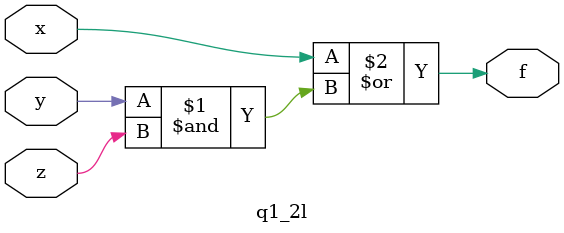
<source format=v>
module q1_2l(x,y,z,f);
input x,y,z;
output f;
assign f = x|(y&z);
endmodule

</source>
